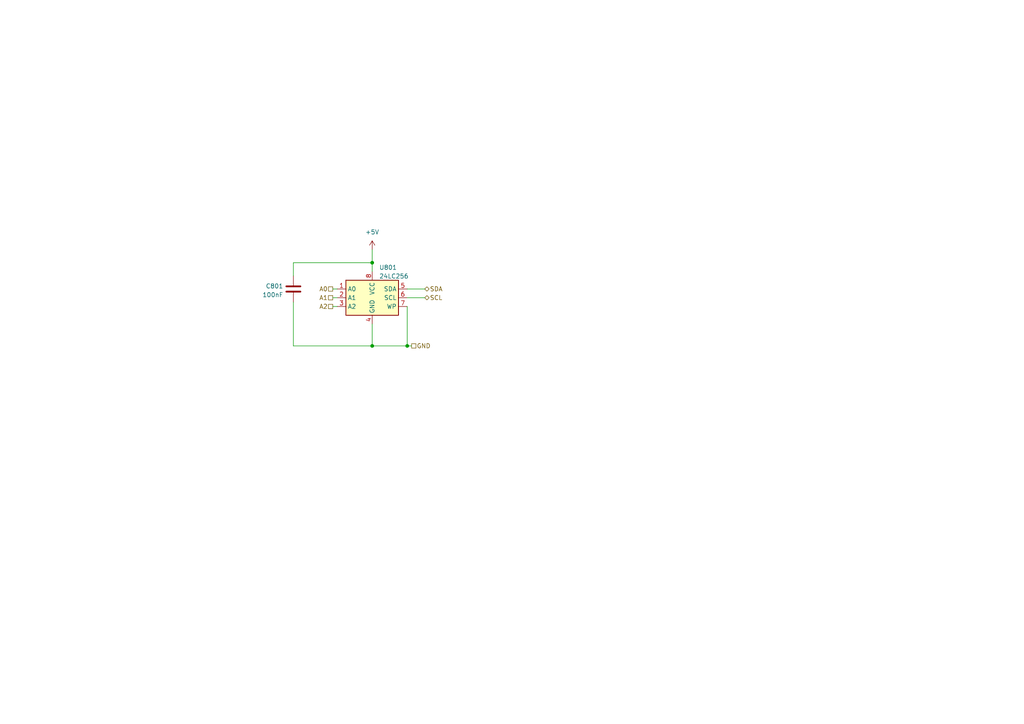
<source format=kicad_sch>
(kicad_sch (version 20230121) (generator eeschema)
  (paper "A4")
  (lib_symbols
    (symbol "Device:C" (pin_numbers hide) (pin_names (offset 0.254))
      (property "Reference" "C" (at 0.635 2.54 0))
      (property "Value" "C" (at 0.635 -2.54 0))
      (symbol "C_0_1"
        (polyline (pts (xy -2.032 -0.762) (xy 2.032 -0.762)) (stroke (width 0.508)))
        (polyline (pts (xy -2.032 0.762) (xy 2.032 0.762)) (stroke (width 0.508)))
      )
      (symbol "C_1_1"
        (pin passive line (at 0 3.81 270) (length 2.794) (name "~") (number "1"))
        (pin passive line (at 0 -3.81 90) (length 2.794) (name "~") (number "2"))
      )
    )
    (symbol "Memory_EEPROM:24LC256"
      (property "Reference" "U" (at -6.35 6.35 0))
      (property "Value" "24LC256" (at 1.27 6.35 0))
      (symbol "24LC256_1_1"
        (rectangle (start -7.62 5.08) (end 7.62 -5.08) (stroke (width 0.254)) (fill (type background)))
        (pin input line (at -10.16 2.54 0) (length 2.54) (name "A0") (number "1"))
        (pin input line (at -10.16 0 0) (length 2.54) (name "A1") (number "2"))
        (pin input line (at -10.16 -2.54 0) (length 2.54) (name "A2") (number "3"))
        (pin power_in line (at 0 -7.62 90) (length 2.54) (name "GND") (number "4"))
        (pin bidirectional line (at 10.16 2.54 180) (length 2.54) (name "SDA") (number "5"))
        (pin input line (at 10.16 0 180) (length 2.54) (name "SCL") (number "6"))
        (pin input line (at 10.16 -2.54 180) (length 2.54) (name "WP") (number "7"))
        (pin power_in line (at 0 7.62 270) (length 2.54) (name "VCC") (number "8"))
      )
    )
    (symbol "power:+5V" (power) (pin_names (offset 0))
      (property "Value" "+5V" (at 0 3.556 0))
      (symbol "+5V_0_1"
        (polyline (pts (xy -0.762 1.27) (xy 0 2.54)))
        (polyline (pts (xy 0 0) (xy 0 2.54)))
        (polyline (pts (xy 0 2.54) (xy 0.762 1.27)))
      )
      (symbol "+5V_1_1"
        (pin power_in line (at 0 0 90) (length 0) hide (name "+5V") (number "1"))
      )
    )
  )
  (junction (at 118.11 100.33))
  (junction (at 107.95 76.2))
  (junction (at 107.95 100.33))
  (wire (pts (xy 107.95 72.39) (xy 107.95 76.2)))
  (wire (pts (xy 85.09 80.01) (xy 85.09 76.2)))
  (wire (pts (xy 118.11 88.9) (xy 118.11 100.33)))
  (wire (pts (xy 96.52 86.36) (xy 97.79 86.36)))
  (wire (pts (xy 118.11 83.82) (xy 123.19 83.82)))
  (wire (pts (xy 107.95 93.98) (xy 107.95 100.33)))
  (wire (pts (xy 107.95 100.33) (xy 118.11 100.33)))
  (wire (pts (xy 85.09 76.2) (xy 107.95 76.2)))
  (wire (pts (xy 85.09 87.63) (xy 85.09 100.33)))
  (wire (pts (xy 107.95 76.2) (xy 107.95 78.74)))
  (wire (pts (xy 96.52 83.82) (xy 97.79 83.82)))
  (wire (pts (xy 118.11 100.33) (xy 119.38 100.33)))
  (wire (pts (xy 96.52 88.9) (xy 97.79 88.9)))
  (wire (pts (xy 118.11 86.36) (xy 123.19 86.36)))
  (wire (pts (xy 85.09 100.33) (xy 107.95 100.33)))
  (hierarchical_label "SCL" (shape bidirectional) (at 123.19 86.36 0))
  (hierarchical_label "SDA" (shape bidirectional) (at 123.19 83.82 0))
  (hierarchical_label "GND" (shape passive) (at 119.38 100.33 0))
  (hierarchical_label "A2" (shape passive) (at 96.52 88.9 180))
  (hierarchical_label "A1" (shape passive) (at 96.52 86.36 180))
  (hierarchical_label "A0" (shape passive) (at 96.52 83.82 180))
  (symbol (lib_id "power:+5V") (at 107.95 72.39 0) (unit 1)
    (property "Reference" "#PWR0801" (effects hide))
    (property "Value" "+5V" (at 107.95 67.31 0))
  )
  (symbol (lib_id "Memory_EEPROM:24LC256") (at 107.95 86.36 0) (unit 1)
    (property "Reference" "U801" (at 109.9694 77.5802 0) (effects (justify left)))
    (property "Value" "24LC256" (at 109.9694 80.1171 0) (effects (justify left)))
    (property "Footprint" "Package_SO:SOIC-8_3.9x4.9mm_P1.27mm" (effects hide))
    (property "Datasheet" "http://ww1.microchip.com/downloads/en/devicedoc/21203m.pdf" (effects hide))
    (property "JLCPCB Part#" "C2987263" (effects hide))
  )
  (symbol (lib_id "Device:C") (at 85.09 83.82 0) (mirror x) (unit 1)
    (property "Reference" "C801" (at 82.169 82.9853 0) (effects (justify right)))
    (property "Value" "100nF" (at 82.169 85.5222 0) (effects (justify right)))
    (property "Footprint" "Capacitor_SMD:C_0603_1608Metric" (effects hide))
    (property "JLCPCB Part#" "C14663" (effects hide))
  )
)
</source>
